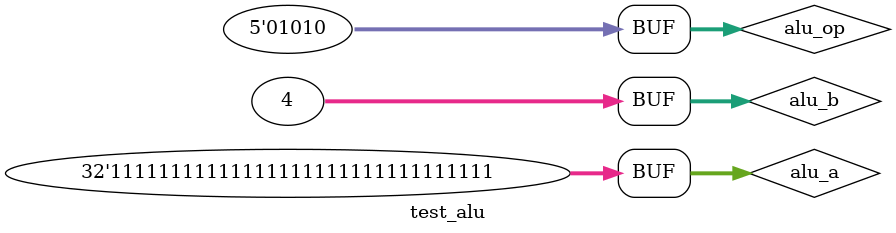
<source format=v>
`timescale 1ns / 1ps


module test_alu;

	// Inputs
	reg [31:0] alu_a;
	reg [31:0] alu_b;
	reg [4:0] alu_op;

	// Outputs
	wire [31:0] alu_out;

	// Instantiate the Unit Under Test (UUT)
	ALU uut (
		.alu_a(alu_a), 
		.alu_b(alu_b), 
		.alu_op(alu_op), 
		.alu_out(alu_out)
	);

	initial begin
		// Initialize Inputs
		alu_a = -1;
		alu_b = 4;
		alu_op = 10;

		// Wait 100 ns for global reset to finish
		#100;
        
		// Add stimulus here

	end
      
endmodule


</source>
